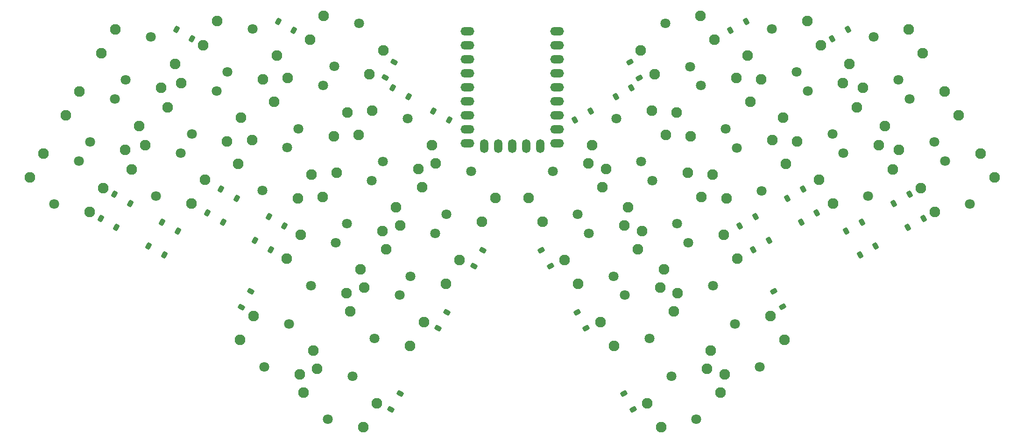
<source format=gbr>
%TF.GenerationSoftware,KiCad,Pcbnew,8.0.7-8.0.7-0~ubuntu22.04.1*%
%TF.CreationDate,2025-01-04T18:43:15+00:00*%
%TF.ProjectId,minikeeb,6d696e69-6b65-4656-922e-6b696361645f,rev?*%
%TF.SameCoordinates,Original*%
%TF.FileFunction,Soldermask,Top*%
%TF.FilePolarity,Negative*%
%FSLAX46Y46*%
G04 Gerber Fmt 4.6, Leading zero omitted, Abs format (unit mm)*
G04 Created by KiCad (PCBNEW 8.0.7-8.0.7-0~ubuntu22.04.1) date 2025-01-04 18:43:15*
%MOMM*%
%LPD*%
G01*
G04 APERTURE LIST*
G04 Aperture macros list*
%AMRoundRect*
0 Rectangle with rounded corners*
0 $1 Rounding radius*
0 $2 $3 $4 $5 $6 $7 $8 $9 X,Y pos of 4 corners*
0 Add a 4 corners polygon primitive as box body*
4,1,4,$2,$3,$4,$5,$6,$7,$8,$9,$2,$3,0*
0 Add four circle primitives for the rounded corners*
1,1,$1+$1,$2,$3*
1,1,$1+$1,$4,$5*
1,1,$1+$1,$6,$7*
1,1,$1+$1,$8,$9*
0 Add four rect primitives between the rounded corners*
20,1,$1+$1,$2,$3,$4,$5,0*
20,1,$1+$1,$4,$5,$6,$7,0*
20,1,$1+$1,$6,$7,$8,$9,0*
20,1,$1+$1,$8,$9,$2,$3,0*%
G04 Aperture macros list end*
%ADD10C,1.800000*%
%ADD11C,1.950000*%
%ADD12RoundRect,0.225000X-0.007356X-0.437260X0.382356X-0.212260X0.007356X0.437260X-0.382356X0.212260X0*%
%ADD13RoundRect,0.225000X-0.437260X0.007356X-0.212260X-0.382356X0.437260X-0.007356X0.212260X0.382356X0*%
%ADD14RoundRect,0.225000X0.382356X0.212260X-0.007356X0.437260X-0.382356X-0.212260X0.007356X-0.437260X0*%
%ADD15RoundRect,0.225000X-0.212260X0.382356X-0.437260X-0.007356X0.212260X-0.382356X0.437260X0.007356X0*%
%ADD16RoundRect,0.225000X0.007356X0.437260X-0.382356X0.212260X-0.007356X-0.437260X0.382356X-0.212260X0*%
%ADD17O,2.500000X1.500000*%
%ADD18O,1.500000X2.500000*%
%ADD19RoundRect,0.225000X-0.382356X-0.212260X0.007356X-0.437260X0.382356X0.212260X-0.007356X0.437260X0*%
G04 APERTURE END LIST*
D10*
%TO.C,S33*%
X182362658Y-107842042D03*
X186862658Y-115636270D03*
D11*
X177949999Y-112699092D03*
X188776183Y-106448592D03*
X180449999Y-117029220D03*
X191276183Y-110778720D03*
%TD*%
D10*
%TO.C,S21*%
X74908156Y-68796313D03*
X70408156Y-76590541D03*
D11*
X68495497Y-67403363D03*
X79321681Y-73653863D03*
X65995497Y-71733491D03*
X76821681Y-77983991D03*
%TD*%
D12*
%TO.C,D19*%
X214021558Y-81480864D03*
X216879442Y-79830864D03*
%TD*%
D10*
%TO.C,S27*%
X185386533Y-83579546D03*
X189886533Y-91373774D03*
D11*
X180973874Y-88436596D03*
X191800058Y-82186096D03*
X183473874Y-92766724D03*
X194300058Y-86516224D03*
%TD*%
D12*
%TO.C,D18*%
X203360631Y-75511597D03*
X206218515Y-73861597D03*
%TD*%
%TO.C,D30*%
X225181812Y-80810991D03*
X228039696Y-79160991D03*
%TD*%
D10*
%TO.C,S1*%
X87908156Y-46279652D03*
X83408156Y-54073880D03*
D11*
X81495497Y-44886702D03*
X92321681Y-51137202D03*
X78995497Y-49216830D03*
X89821681Y-55467330D03*
%TD*%
D12*
%TO.C,D7*%
X172237814Y-57107297D03*
X175095698Y-55457297D03*
%TD*%
D10*
%TO.C,S28*%
X194219446Y-66378600D03*
X198719446Y-74172828D03*
D11*
X189806787Y-71235650D03*
X200632971Y-64985150D03*
X192306787Y-75565778D03*
X203132971Y-69315278D03*
%TD*%
D13*
%TO.C,D34*%
X200855762Y-92373036D03*
X202505762Y-95230920D03*
%TD*%
D12*
%TO.C,D9*%
X193023290Y-45106797D03*
X195881174Y-43456797D03*
%TD*%
%TO.C,D28*%
X205860631Y-79841724D03*
X208718515Y-78191724D03*
%TD*%
D10*
%TO.C,S9*%
X200531493Y-44813386D03*
X205031493Y-52607614D03*
D11*
X196118834Y-49670436D03*
X206945018Y-43419936D03*
X198618834Y-54000564D03*
X209445018Y-47750064D03*
%TD*%
D14*
%TO.C,D13*%
X103539369Y-75511597D03*
X100681485Y-73861597D03*
%TD*%
D10*
%TO.C,S5*%
X146036476Y-70602449D03*
X141536476Y-78396677D03*
D11*
X139623817Y-69209499D03*
X150450001Y-75459999D03*
X137123817Y-73539627D03*
X147950001Y-79790127D03*
%TD*%
D15*
%TO.C,D15*%
X148155704Y-84931837D03*
X146505704Y-87789721D03*
%TD*%
D10*
%TO.C,S2*%
X106365909Y-44811886D03*
X101865909Y-52606114D03*
D11*
X99953250Y-43418936D03*
X110779434Y-49669436D03*
X97453250Y-47749064D03*
X108279434Y-53999564D03*
%TD*%
D14*
%TO.C,D2*%
X113879978Y-45097136D03*
X111022094Y-43447136D03*
%TD*%
D10*
%TO.C,S14*%
X128013467Y-72321216D03*
X123513467Y-80115444D03*
D11*
X121600808Y-70928266D03*
X132426992Y-77178766D03*
X119100808Y-75258394D03*
X129926992Y-81508894D03*
%TD*%
D13*
%TO.C,D16*%
X158754680Y-84951823D03*
X160404680Y-87809707D03*
%TD*%
D10*
%TO.C,S6*%
X160862658Y-70602949D03*
X165362658Y-78397177D03*
D11*
X156449999Y-75459999D03*
X167276183Y-69209499D03*
X158949999Y-79790127D03*
X169776183Y-73539627D03*
%TD*%
D10*
%TO.C,S4*%
X134512601Y-61062386D03*
X130012601Y-68856614D03*
D11*
X128099942Y-59669436D03*
X138926126Y-65919936D03*
X125599942Y-63999564D03*
X136426126Y-70250064D03*
%TD*%
D16*
%TO.C,D6*%
X167714996Y-59718547D03*
X164857112Y-61368547D03*
%TD*%
D15*
%TO.C,D32*%
X133144454Y-110932085D03*
X131494454Y-113789969D03*
%TD*%
D10*
%TO.C,S3*%
X125693822Y-43834959D03*
X121193822Y-51629187D03*
D11*
X119281163Y-42442009D03*
X130107347Y-48692509D03*
X116781163Y-46772137D03*
X127607347Y-53022637D03*
%TD*%
D10*
%TO.C,S31*%
X113011735Y-98300978D03*
X108511735Y-106095206D03*
D11*
X106599076Y-96908028D03*
X117425260Y-103158528D03*
X104099076Y-101238156D03*
X114925260Y-107488656D03*
%TD*%
D14*
%TO.C,D1*%
X95418091Y-46574063D03*
X92560207Y-44924063D03*
%TD*%
D17*
%TO.C,U1*%
X161570000Y-45250000D03*
X161570000Y-47790000D03*
X161570000Y-50330000D03*
X161570000Y-52870000D03*
X161570000Y-55410000D03*
X161570000Y-57950000D03*
X161570000Y-60490000D03*
X161570000Y-63030000D03*
X161570000Y-65570000D03*
D18*
X158530000Y-66070000D03*
X155990000Y-66070000D03*
X153450000Y-66070000D03*
X150910000Y-66070000D03*
X148370000Y-66070000D03*
D17*
X145330000Y-65570000D03*
X145330000Y-63030000D03*
X145330000Y-60490000D03*
X145330000Y-57950000D03*
X145330000Y-55410000D03*
X145330000Y-52870000D03*
X145330000Y-50330000D03*
X145330000Y-47790000D03*
X145330000Y-45250000D03*
%TD*%
D10*
%TO.C,S17*%
X178885667Y-72321716D03*
X183385667Y-80115944D03*
D11*
X174473008Y-77178766D03*
X185299192Y-70928266D03*
X176973008Y-81508894D03*
X187799192Y-75258394D03*
%TD*%
D13*
%TO.C,D33*%
X173754680Y-110932585D03*
X175404680Y-113790469D03*
%TD*%
D10*
%TO.C,S15*%
X139536476Y-81860779D03*
X135036476Y-89655007D03*
D11*
X133123817Y-80467829D03*
X143950001Y-86718329D03*
X130623817Y-84797957D03*
X141450001Y-91048457D03*
%TD*%
D10*
%TO.C,S8*%
X181208580Y-43845119D03*
X185708580Y-51639347D03*
D11*
X176795921Y-48702169D03*
X187622105Y-42451669D03*
X179295921Y-53032297D03*
X190122105Y-46781797D03*
%TD*%
D14*
%TO.C,D23*%
X101039369Y-79841724D03*
X98181485Y-78191724D03*
%TD*%
D15*
%TO.C,D25*%
X141655704Y-96190167D03*
X140005704Y-99048051D03*
%TD*%
D10*
%TO.C,S22*%
X93366775Y-67329046D03*
X88866775Y-75123274D03*
D11*
X86954116Y-65936096D03*
X97780300Y-72186596D03*
X84454116Y-70266224D03*
X95280300Y-76516724D03*
%TD*%
D10*
%TO.C,S16*%
X167362658Y-81861280D03*
X171862658Y-89655508D03*
D11*
X162949999Y-86718330D03*
X173776183Y-80467830D03*
X165449999Y-91048458D03*
X176276183Y-84797958D03*
%TD*%
D10*
%TO.C,S13*%
X119188822Y-55101949D03*
X114688822Y-62896177D03*
D11*
X112776163Y-53708999D03*
X123602347Y-59959499D03*
X110276163Y-58039127D03*
X121102347Y-64289627D03*
%TD*%
D14*
%TO.C,D21*%
X81714724Y-80808990D03*
X78856840Y-79158990D03*
%TD*%
D10*
%TO.C,S10*%
X218988380Y-46281653D03*
X223488380Y-54075881D03*
D11*
X214575721Y-51138703D03*
X225401905Y-44888203D03*
X217075721Y-55468831D03*
X227901905Y-49218331D03*
%TD*%
D10*
%TO.C,S34*%
X193886533Y-98301978D03*
X198386533Y-106096206D03*
D11*
X189473874Y-103159028D03*
X200300058Y-96908528D03*
X191973874Y-107489156D03*
X202800058Y-101238656D03*
%TD*%
D14*
%TO.C,D22*%
X90374978Y-85808990D03*
X87517094Y-84158990D03*
%TD*%
D10*
%TO.C,S30*%
X231988380Y-68798313D03*
X236488380Y-76592541D03*
D11*
X227575721Y-73655363D03*
X238401905Y-67404863D03*
X230075721Y-77985491D03*
X240901905Y-71734991D03*
%TD*%
D12*
%TO.C,D10*%
X211481043Y-46574563D03*
X214338927Y-44924563D03*
%TD*%
%TO.C,D29*%
X216521558Y-85810991D03*
X219379442Y-84160991D03*
%TD*%
D14*
%TO.C,D11*%
X84214724Y-76478863D03*
X81356840Y-74828863D03*
%TD*%
D10*
%TO.C,S25*%
X133036476Y-93119110D03*
X128536476Y-100913338D03*
D11*
X126623817Y-91726160D03*
X137450001Y-97976660D03*
X124123817Y-96056288D03*
X134950001Y-102306788D03*
%TD*%
D10*
%TO.C,S12*%
X99865909Y-56070216D03*
X95365909Y-63864444D03*
D11*
X93453250Y-54677266D03*
X104279434Y-60927766D03*
X90953250Y-59007394D03*
X101779434Y-65257894D03*
%TD*%
D10*
%TO.C,S32*%
X124536476Y-107841541D03*
X120036476Y-115635769D03*
D11*
X118123817Y-106448591D03*
X128950001Y-112699091D03*
X115623817Y-110778719D03*
X126450001Y-117029219D03*
%TD*%
D10*
%TO.C,S23*%
X112688822Y-66360279D03*
X108188822Y-74154507D03*
D11*
X106276163Y-64967329D03*
X117102347Y-71217829D03*
X103776163Y-69297457D03*
X114602347Y-75547957D03*
%TD*%
D10*
%TO.C,S11*%
X81408156Y-57537983D03*
X76908156Y-65332211D03*
D11*
X74995497Y-56145033D03*
X85821681Y-62395533D03*
X72495497Y-60475161D03*
X83321681Y-66725661D03*
%TD*%
D13*
%TO.C,D8*%
X174840217Y-50812791D03*
X176490217Y-53670675D03*
%TD*%
D14*
%TO.C,D24*%
X109699623Y-84841724D03*
X106841739Y-83191724D03*
%TD*%
%TO.C,D4*%
X134665454Y-57097636D03*
X131807570Y-55447636D03*
%TD*%
D15*
%TO.C,D3*%
X132063917Y-50803631D03*
X130413917Y-53661515D03*
%TD*%
D19*
%TO.C,D5*%
X139188271Y-59708886D03*
X142046155Y-61358886D03*
%TD*%
D10*
%TO.C,S19*%
X207032359Y-56071216D03*
X211532359Y-63865444D03*
D11*
X202619700Y-60928266D03*
X213445884Y-54677766D03*
X205119700Y-65258394D03*
X215945884Y-59007894D03*
%TD*%
D10*
%TO.C,S24*%
X121513467Y-83579546D03*
X117013467Y-91373774D03*
D11*
X115100808Y-82186596D03*
X125926992Y-88437096D03*
X112600808Y-86516724D03*
X123426992Y-92767224D03*
%TD*%
D10*
%TO.C,S20*%
X225489246Y-57539483D03*
X229989246Y-65333711D03*
D11*
X221076587Y-62396533D03*
X231902771Y-56146033D03*
X223576587Y-66726661D03*
X234402771Y-60476161D03*
%TD*%
D10*
%TO.C,S18*%
X187709446Y-55102949D03*
X192209446Y-62897177D03*
D11*
X183296787Y-59959999D03*
X194122971Y-53709499D03*
X185796787Y-64290127D03*
X196622971Y-58039627D03*
%TD*%
D13*
%TO.C,D26*%
X165243430Y-96190668D03*
X166893430Y-99048552D03*
%TD*%
D14*
%TO.C,D14*%
X112199623Y-80511597D03*
X109341739Y-78861597D03*
%TD*%
D12*
%TO.C,D27*%
X197200377Y-84841724D03*
X200058261Y-83191724D03*
%TD*%
D10*
%TO.C,S7*%
X172385667Y-61063386D03*
X176885667Y-68857614D03*
D11*
X167973008Y-65920436D03*
X178799192Y-59669936D03*
X170473008Y-70250564D03*
X181299192Y-64000064D03*
%TD*%
D10*
%TO.C,S26*%
X173862658Y-93119610D03*
X178362658Y-100913838D03*
D11*
X169449999Y-97976660D03*
X180276183Y-91726160D03*
X171949999Y-102306788D03*
X182776183Y-96056288D03*
%TD*%
D15*
%TO.C,D31*%
X106031256Y-92391521D03*
X104381256Y-95249405D03*
%TD*%
D12*
%TO.C,D17*%
X194700377Y-80511597D03*
X197558261Y-78861597D03*
%TD*%
%TO.C,D20*%
X222681812Y-76480864D03*
X225539696Y-74830864D03*
%TD*%
D10*
%TO.C,S29*%
X213532359Y-67329546D03*
X218032359Y-75123774D03*
D11*
X209119700Y-72186596D03*
X219945884Y-65936096D03*
X211619700Y-76516724D03*
X222445884Y-70266224D03*
%TD*%
D14*
%TO.C,D12*%
X92874978Y-81478863D03*
X90017094Y-79828863D03*
%TD*%
M02*

</source>
